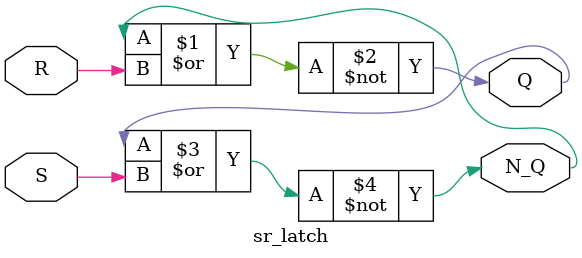
<source format=v>
module sr_latch(R, S, Q, N_Q);
               
input R;
input S;
output Q;
output N_Q;

assign Q = ~(N_Q | R);
assign N_Q = ~(Q | S);
    
endmodule

</source>
